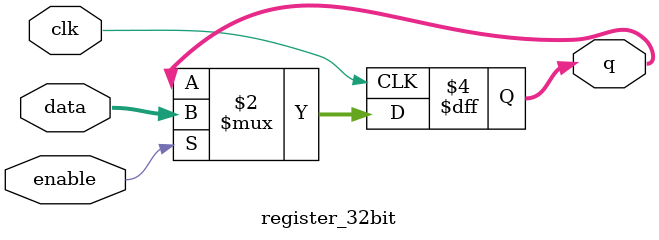
<source format=sv>
module register_32bit (
    input clk,
    input enable,
    input [31:0] data,
    output [31:0] q
);

    // 32-bit register with enable using single always_ff block
    always_ff @(posedge clk) begin
        if (enable) begin
            q <= data;
        end
    end

endmodule
</source>
